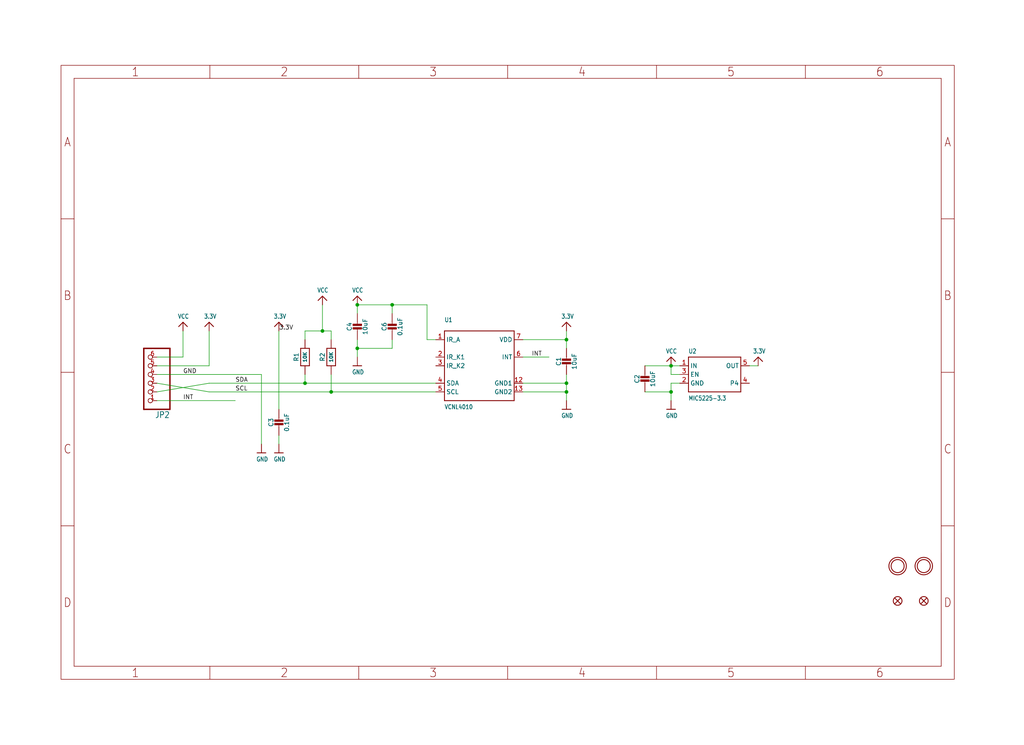
<source format=kicad_sch>
(kicad_sch (version 20230121) (generator eeschema)
  (paper "User" 298.45 217.322)
  (lib_symbols
    (symbol "working-eagle-import:3.3V" (power)
      (property "Value" "3.3V" (at -1.524 1.016 0))
      (symbol "3.3V_1_0"
        (polyline (pts (xy -1.27 -1.27) (xy 0 0)) (stroke (width 0.254)))
        (polyline (pts (xy 0 0) (xy 1.27 -1.27)) (stroke (width 0.254)))
        (pin power_in line (at 0 -2.54 90) (length 2.54) (name "3.3V") (number "1"))
      )
    )
    (symbol "working-eagle-import:CAP_CERAMIC0805-NOOUTLINE"
      (property "Reference" "C" (at -2.29 1.25 90))
      (symbol "CAP_CERAMIC0805-NOOUTLINE_1_0"
        (rectangle (start -1.27 0.508) (end 1.27 1.016) (fill (type outline)))
        (rectangle (start -1.27 1.524) (end 1.27 2.032) (fill (type outline)))
        (polyline (pts (xy 0 0.762) (xy 0 0)) (stroke (width 0.1524)))
        (polyline (pts (xy 0 2.54) (xy 0 1.778)) (stroke (width 0.1524)))
        (pin passive line (at 0 5.08 270) (length 2.54) (name "1") (number "1"))
        (pin passive line (at 0 -2.54 90) (length 2.54) (name "2") (number "2"))
      )
    )
    (symbol "working-eagle-import:FIDUCIAL{dblquote}{dblquote}"
      (symbol "FIDUCIAL{dblquote}{dblquote}_1_0"
        (polyline (pts (xy -0.762 0.762) (xy 0.762 -0.762)) (stroke (width 0.254)))
        (polyline (pts (xy 0.762 0.762) (xy -0.762 -0.762)) (stroke (width 0.254)))
        (circle (center 0 0) (radius 1.27) (stroke (width 0.254)))
      )
    )
    (symbol "working-eagle-import:FRAME_A4"
      (symbol "FRAME_A4_1_0"
        (polyline (pts (xy 0 44.7675) (xy 3.81 44.7675)))
        (polyline (pts (xy 0 89.535) (xy 3.81 89.535)))
        (polyline (pts (xy 0 134.3025) (xy 3.81 134.3025)))
        (polyline (pts (xy 3.81 3.81) (xy 3.81 175.26)))
        (polyline (pts (xy 43.3917 0) (xy 43.3917 3.81)))
        (polyline (pts (xy 43.3917 175.26) (xy 43.3917 179.07)))
        (polyline (pts (xy 86.7833 0) (xy 86.7833 3.81)))
        (polyline (pts (xy 86.7833 175.26) (xy 86.7833 179.07)))
        (polyline (pts (xy 130.175 0) (xy 130.175 3.81)))
        (polyline (pts (xy 130.175 175.26) (xy 130.175 179.07)))
        (polyline (pts (xy 173.5667 0) (xy 173.5667 3.81)))
        (polyline (pts (xy 173.5667 175.26) (xy 173.5667 179.07)))
        (polyline (pts (xy 216.9583 0) (xy 216.9583 3.81)))
        (polyline (pts (xy 216.9583 175.26) (xy 216.9583 179.07)))
        (polyline (pts (xy 256.54 3.81) (xy 3.81 3.81)))
        (polyline (pts (xy 256.54 3.81) (xy 256.54 8.89)) (stroke (width 0.1016)))
        (polyline (pts (xy 256.54 3.81) (xy 256.54 175.26)))
        (polyline (pts (xy 256.54 8.89) (xy 256.54 13.97)) (stroke (width 0.1016)))
        (polyline (pts (xy 256.54 13.97) (xy 256.54 19.05)) (stroke (width 0.1016)))
        (polyline (pts (xy 256.54 19.05) (xy 256.54 36.83)) (stroke (width 0.1016)))
        (polyline (pts (xy 256.54 44.7675) (xy 260.35 44.7675)))
        (polyline (pts (xy 256.54 89.535) (xy 260.35 89.535)))
        (polyline (pts (xy 256.54 134.3025) (xy 260.35 134.3025)))
        (polyline (pts (xy 256.54 175.26) (xy 3.81 175.26)))
        (polyline (pts (xy 0 0) (xy 260.35 0) (xy 260.35 179.07) (xy 0 179.07) (xy 0 0)))
        (text "1" (at 21.6958 1.905 0) (effects (font (size 2.54 2.286))))
        (text "1" (at 21.6958 177.165 0) (effects (font (size 2.54 2.286))))
        (text "2" (at 65.0875 1.905 0) (effects (font (size 2.54 2.286))))
        (text "2" (at 65.0875 177.165 0) (effects (font (size 2.54 2.286))))
        (text "3" (at 108.4792 1.905 0) (effects (font (size 2.54 2.286))))
        (text "3" (at 108.4792 177.165 0) (effects (font (size 2.54 2.286))))
        (text "4" (at 151.8708 1.905 0) (effects (font (size 2.54 2.286))))
        (text "4" (at 151.8708 177.165 0) (effects (font (size 2.54 2.286))))
        (text "5" (at 195.2625 1.905 0) (effects (font (size 2.54 2.286))))
        (text "5" (at 195.2625 177.165 0) (effects (font (size 2.54 2.286))))
        (text "6" (at 238.6542 1.905 0) (effects (font (size 2.54 2.286))))
        (text "6" (at 238.6542 177.165 0) (effects (font (size 2.54 2.286))))
        (text "A" (at 1.905 156.6863 0) (effects (font (size 2.54 2.286))))
        (text "A" (at 258.445 156.6863 0) (effects (font (size 2.54 2.286))))
        (text "B" (at 1.905 111.9188 0) (effects (font (size 2.54 2.286))))
        (text "B" (at 258.445 111.9188 0) (effects (font (size 2.54 2.286))))
        (text "C" (at 1.905 67.1513 0) (effects (font (size 2.54 2.286))))
        (text "C" (at 258.445 67.1513 0) (effects (font (size 2.54 2.286))))
        (text "D" (at 1.905 22.3838 0) (effects (font (size 2.54 2.286))))
        (text "D" (at 258.445 22.3838 0) (effects (font (size 2.54 2.286))))
      )
      (symbol "FRAME_A4_2_0"
        (polyline (pts (xy -0.3048 1.5748) (xy 20.0152 1.5748)) (stroke (width 0.6096)))
        (polyline (pts (xy -0.3048 10.4648) (xy -0.3048 1.5748)) (stroke (width 0.6096)))
        (polyline (pts (xy -0.3048 10.4648) (xy 20.0152 10.4648)) (stroke (width 0.3048)))
        (polyline (pts (xy -0.3048 19.3548) (xy -0.3048 10.4648)) (stroke (width 0.6096)))
        (polyline (pts (xy -0.3048 19.3548) (xy 20.0152 19.3548)) (stroke (width 0.3048)))
        (polyline (pts (xy -0.3048 28.2448) (xy -0.3048 19.3548)) (stroke (width 0.6096)))
        (polyline (pts (xy -0.3048 28.2448) (xy 20.0152 28.2448)) (stroke (width 0.3048)))
        (polyline (pts (xy -0.3048 34.5948) (xy -0.3048 28.2448)) (stroke (width 0.6096)))
        (polyline (pts (xy 20.0152 1.5748) (xy 20.0152 6.6548)) (stroke (width 0.3048)))
        (polyline (pts (xy 20.0152 1.5748) (xy 95.5802 1.5748)) (stroke (width 0.6096)))
        (polyline (pts (xy 20.0152 6.6548) (xy 20.0152 10.4648)) (stroke (width 0.3048)))
        (polyline (pts (xy 20.0152 6.6548) (xy 88.5952 6.6548)) (stroke (width 0.3048)))
        (polyline (pts (xy 20.0152 10.4648) (xy 20.0152 16.8148)) (stroke (width 0.3048)))
        (polyline (pts (xy 20.0152 16.8148) (xy 20.0152 19.3548)) (stroke (width 0.3048)))
        (polyline (pts (xy 20.0152 19.3548) (xy 20.0152 28.2448)) (stroke (width 0.3048)))
        (polyline (pts (xy 20.0152 28.2448) (xy 20.0152 34.5948)) (stroke (width 0.3048)))
        (polyline (pts (xy 20.0152 28.2448) (xy 105.7402 28.2448)) (stroke (width 0.3048)))
        (polyline (pts (xy 20.0152 34.5948) (xy -0.3048 34.5948)) (stroke (width 0.6096)))
        (polyline (pts (xy 88.5952 6.6548) (xy 95.5802 6.6548)) (stroke (width 0.3048)))
        (polyline (pts (xy 88.5952 16.8148) (xy 20.0152 16.8148)) (stroke (width 0.3048)))
        (polyline (pts (xy 88.5952 16.8148) (xy 88.5952 6.6548)) (stroke (width 0.3048)))
        (polyline (pts (xy 95.5802 1.5748) (xy 121.6152 1.5748)) (stroke (width 0.6096)))
        (polyline (pts (xy 95.5802 6.6548) (xy 95.5802 1.5748)) (stroke (width 0.3048)))
        (polyline (pts (xy 95.5802 6.6548) (xy 121.6152 6.6548)) (stroke (width 0.3048)))
        (polyline (pts (xy 101.2952 13.3223) (xy 102.2477 13.3223)) (stroke (width 0.254)))
        (polyline (pts (xy 105.7402 28.2448) (xy 105.7402 34.5948)) (stroke (width 0.3048)))
        (polyline (pts (xy 105.7402 28.2448) (xy 110.1852 28.2448)) (stroke (width 0.3048)))
        (polyline (pts (xy 105.7402 34.5948) (xy 20.0152 34.5948)) (stroke (width 0.6096)))
        (polyline (pts (xy 110.1852 16.8148) (xy 88.5952 16.8148)) (stroke (width 0.3048)))
        (polyline (pts (xy 110.1852 28.2448) (xy 110.1852 16.8148)) (stroke (width 0.3048)))
        (polyline (pts (xy 110.1852 28.2448) (xy 121.6152 28.2448)) (stroke (width 0.3048)))
        (polyline (pts (xy 121.6152 6.6548) (xy 121.6152 1.5748)) (stroke (width 0.6096)))
        (polyline (pts (xy 121.6152 16.8148) (xy 110.1852 16.8148)) (stroke (width 0.3048)))
        (polyline (pts (xy 121.6152 16.8148) (xy 121.6152 6.6548)) (stroke (width 0.6096)))
        (polyline (pts (xy 121.6152 28.2448) (xy 121.6152 16.8148)) (stroke (width 0.6096)))
        (polyline (pts (xy 121.6152 34.5948) (xy 105.7402 34.5948)) (stroke (width 0.6096)))
        (polyline (pts (xy 121.6152 34.5948) (xy 121.6152 28.2448)) (stroke (width 0.6096)))
        (circle (center 109.2327 31.4198) (radius 1.4199) (stroke (width 0.254)))
        (text "${#}/${##}" (at 108.9152 2.8448 0) (effects (font (size 2.54 2.54)) (justify left bottom)))
        (text "${CHECKED}" (at 2.2352 11.7348 0) (effects (font (size 1.778 1.5113)) (justify left bottom)))
        (text "${COMPANY}" (at 23.349 29.6735 0) (effects (font (size 3.175 2.6987) (thickness 0.5397) bold) (justify left bottom)))
        (text "${CURRENT_DATE}" (at 32.7152 9.1948 0) (effects (font (size 2.54 2.159)) (justify left bottom)))
        (text "${DATE}" (at 2.2352 2.8448 0) (effects (font (size 1.778 1.5113)) (justify left bottom)))
        (text "${DRAWN}" (at 2.2352 20.6248 0) (effects (font (size 1.778 1.5113)) (justify left bottom)))
        (text "${DRGNO}" (at 91.1352 9.1948 0) (effects (font (size 2.1844 1.8567)) (justify left bottom)))
        (text "${PROJECTNAME}" (at 33.0327 2.8448 0) (effects (font (size 2.54 2.159)) (justify left bottom)))
        (text "${REV}" (at 113.9952 18.7198 0) (effects (font (size 3.81 3.2385)) (justify left bottom)))
        (text "2015" (at 112.4077 30.4673 0) (effects (font (size 1.778 1.5113)) (justify left bottom)))
        (text "C" (at 108.7564 30.7848 0) (effects (font (size 1.27 1.0795)) (justify left bottom)))
        (text "CHECKED" (at 0.9652 16.1798 0) (effects (font (size 1.778 1.5113)) (justify left bottom)))
        (text "DATE" (at 0.9652 7.2898 0) (effects (font (size 1.778 1.5113)) (justify left bottom)))
        (text "DATE" (at 21.2852 13.0048 0) (effects (font (size 2.54 2.54)) (justify left bottom)))
        (text "DRAWN" (at 0.9652 25.0698 0) (effects (font (size 1.778 1.5113)) (justify left bottom)))
        (text "DRG" (at 89.8652 13.0048 0) (effects (font (size 2.54 2.54)) (justify left bottom)))
        (text "FILE:" (at 21.2852 2.8448 0) (effects (font (size 2.54 2.54)) (justify left bottom)))
        (text "ISSUE" (at 5.0927 30.4673 0) (effects (font (size 1.9304 1.6408)) (justify left bottom)))
        (text "N" (at 98.4377 13.0048 0) (effects (font (size 2.54 2.54)) (justify left bottom)))
        (text "o" (at 100.9777 13.9573 0) (effects (font (size 2.1844 1.8567)) (justify left bottom)))
        (text "PAGE:" (at 96.8502 2.8448 0) (effects (font (size 2.54 2.54)) (justify left bottom)))
        (text "REV" (at 112.4077 24.4348 0) (effects (font (size 2.54 2.54)) (justify left bottom)))
        (text "TITLE" (at 21.2852 24.4348 0) (effects (font (size 2.54 2.54)) (justify left bottom)))
      )
    )
    (symbol "working-eagle-import:GND" (power)
      (property "Value" "GND" (at -1.524 -2.54 0))
      (symbol "GND_1_0"
        (polyline (pts (xy -1.27 0) (xy 1.27 0)) (stroke (width 0.254)))
        (pin power_in line (at 0 2.54 270) (length 2.54) (name "GND") (number "1"))
      )
    )
    (symbol "working-eagle-import:HEADER-1X676MIL"
      (property "Reference" "JP" (at -6.35 10.795 0))
      (symbol "HEADER-1X676MIL_1_0"
        (polyline (pts (xy -6.35 -7.62) (xy 1.27 -7.62)) (stroke (width 0.4064)))
        (polyline (pts (xy -6.35 10.16) (xy -6.35 -7.62)) (stroke (width 0.4064)))
        (polyline (pts (xy 1.27 -7.62) (xy 1.27 10.16)) (stroke (width 0.4064)))
        (polyline (pts (xy 1.27 10.16) (xy -6.35 10.16)) (stroke (width 0.4064)))
        (pin passive inverted (at -2.54 7.62 0) (length 2.54) (name "1") (number "1"))
        (pin passive inverted (at -2.54 5.08 0) (length 2.54) (name "2") (number "2"))
        (pin passive inverted (at -2.54 2.54 0) (length 2.54) (name "3") (number "3"))
        (pin passive inverted (at -2.54 0 0) (length 2.54) (name "4") (number "4"))
        (pin passive inverted (at -2.54 -2.54 0) (length 2.54) (name "5") (number "5"))
        (pin passive inverted (at -2.54 -5.08 0) (length 2.54) (name "6") (number "6"))
      )
    )
    (symbol "working-eagle-import:MOUNTINGHOLE2.5"
      (symbol "MOUNTINGHOLE2.5_1_0"
        (circle (center 0 0) (radius 1.905) (stroke (width 0.254)))
        (circle (center 0 0) (radius 2.54) (stroke (width 0.254)))
      )
    )
    (symbol "working-eagle-import:RESISTOR0805_NOOUTLINE"
      (property "Reference" "R" (at 0 2.54 0))
      (symbol "RESISTOR0805_NOOUTLINE_1_0"
        (polyline (pts (xy -2.54 -1.27) (xy -2.54 1.27)) (stroke (width 0.254)))
        (polyline (pts (xy -2.54 1.27) (xy 2.54 1.27)) (stroke (width 0.254)))
        (polyline (pts (xy 2.54 -1.27) (xy -2.54 -1.27)) (stroke (width 0.254)))
        (polyline (pts (xy 2.54 1.27) (xy 2.54 -1.27)) (stroke (width 0.254)))
        (pin passive line (at -5.08 0 0) (length 2.54) (name "1") (number "1"))
        (pin passive line (at 5.08 0 180) (length 2.54) (name "2") (number "2"))
      )
    )
    (symbol "working-eagle-import:VCC" (power)
      (property "Value" "VCC" (at -1.524 1.016 0))
      (symbol "VCC_1_0"
        (polyline (pts (xy -1.27 -1.27) (xy 0 0)) (stroke (width 0.254)))
        (polyline (pts (xy 0 0) (xy 1.27 -1.27)) (stroke (width 0.254)))
        (pin power_in line (at 0 -2.54 90) (length 2.54) (name "VCC") (number "1"))
      )
    )
    (symbol "working-eagle-import:VCNL4010"
      (property "Reference" "U" (at -10.16 12.7 0))
      (symbol "VCNL4010_1_0"
        (polyline (pts (xy -10.16 -10.16) (xy -10.16 10.16)) (stroke (width 0.254)))
        (polyline (pts (xy -10.16 10.16) (xy 10.16 10.16)) (stroke (width 0.254)))
        (polyline (pts (xy 10.16 -10.16) (xy -10.16 -10.16)) (stroke (width 0.254)))
        (polyline (pts (xy 10.16 10.16) (xy 10.16 -10.16)) (stroke (width 0.254)))
        (pin bidirectional line (at -12.7 7.62 0) (length 2.54) (name "IR_A") (number "1"))
        (pin power_in line (at 12.7 -5.08 180) (length 2.54) (name "GND1") (number "12"))
        (pin power_in line (at 12.7 -7.62 180) (length 2.54) (name "GND2") (number "13"))
        (pin bidirectional line (at -12.7 2.54 0) (length 2.54) (name "IR_K1") (number "2"))
        (pin bidirectional line (at -12.7 0 0) (length 2.54) (name "IR_K2") (number "3"))
        (pin open_collector line (at -12.7 -5.08 0) (length 2.54) (name "SDA") (number "4"))
        (pin open_collector line (at -12.7 -7.62 0) (length 2.54) (name "SCL") (number "5"))
        (pin output line (at 12.7 2.54 180) (length 2.54) (name "INT") (number "6"))
        (pin power_in line (at 12.7 7.62 180) (length 2.54) (name "VDD") (number "7"))
      )
    )
    (symbol "working-eagle-import:VREG_SOT23-5"
      (property "Reference" "U" (at -7.62 6.096 0))
      (symbol "VREG_SOT23-5_1_0"
        (polyline (pts (xy -7.62 -5.08) (xy -7.62 5.08)) (stroke (width 0.254)))
        (polyline (pts (xy -7.62 5.08) (xy 7.62 5.08)) (stroke (width 0.254)))
        (polyline (pts (xy 7.62 -5.08) (xy -7.62 -5.08)) (stroke (width 0.254)))
        (polyline (pts (xy 7.62 5.08) (xy 7.62 -5.08)) (stroke (width 0.254)))
        (pin power_in line (at -10.16 2.54 0) (length 2.54) (name "IN") (number "1"))
        (pin power_in line (at -10.16 -2.54 0) (length 2.54) (name "GND") (number "2"))
        (pin input line (at -10.16 0 0) (length 2.54) (name "EN") (number "3"))
        (pin bidirectional line (at 10.16 -2.54 180) (length 2.54) (name "P4") (number "4"))
        (pin power_in line (at 10.16 2.54 180) (length 2.54) (name "OUT") (number "5"))
      )
    )
  )
  (junction (at 93.98 96.52))
  (junction (at 165.1 99.06))
  (junction (at 96.52 114.3))
  (junction (at 165.1 114.3))
  (junction (at 195.58 114.3))
  (junction (at 114.3 88.9))
  (junction (at 104.14 101.6))
  (junction (at 165.1 111.76))
  (junction (at 104.14 88.9))
  (junction (at 195.58 106.68))
  (junction (at 88.9 111.76))
  (wire (pts (xy 81.28 96.52) (xy 81.28 119.38)) (stroke (width 0.1524)))
  (wire (pts (xy 88.9 111.76) (xy 60.96 111.76)) (stroke (width 0.1524)))
  (wire (pts (xy 45.72 114.3) (xy 60.96 111.76)) (stroke (width 0.1524)))
  (wire (pts (xy 76.2 109.22) (xy 76.2 129.54)) (stroke (width 0.1524)))
  (wire (pts (xy 45.72 111.76) (xy 60.96 114.3)) (stroke (width 0.1524)))
  (wire (pts (xy 45.72 104.14) (xy 53.34 104.14)) (stroke (width 0.1524)))
  (wire (pts (xy 104.14 99.06) (xy 104.14 101.6)) (stroke (width 0.1524)))
  (wire (pts (xy 96.52 96.52) (xy 96.52 99.06)) (stroke (width 0.1524)))
  (wire (pts (xy 218.44 106.68) (xy 220.98 106.68)) (stroke (width 0.1524)))
  (wire (pts (xy 127 111.76) (xy 88.9 111.76)) (stroke (width 0.1524)))
  (wire (pts (xy 104.14 88.9) (xy 114.3 88.9)) (stroke (width 0.1524)))
  (wire (pts (xy 124.46 88.9) (xy 124.46 99.06)) (stroke (width 0.1524)))
  (wire (pts (xy 127 114.3) (xy 96.52 114.3)) (stroke (width 0.1524)))
  (wire (pts (xy 93.98 96.52) (xy 96.52 96.52)) (stroke (width 0.1524)))
  (wire (pts (xy 81.28 127) (xy 81.28 129.54)) (stroke (width 0.1524)))
  (wire (pts (xy 114.3 88.9) (xy 124.46 88.9)) (stroke (width 0.1524)))
  (wire (pts (xy 198.12 111.76) (xy 195.58 111.76)) (stroke (width 0.1524)))
  (wire (pts (xy 165.1 99.06) (xy 165.1 101.6)) (stroke (width 0.1524)))
  (wire (pts (xy 114.3 88.9) (xy 114.3 91.44)) (stroke (width 0.1524)))
  (wire (pts (xy 45.72 109.22) (xy 76.2 109.22)) (stroke (width 0.1524)))
  (wire (pts (xy 53.34 104.14) (xy 53.34 96.52)) (stroke (width 0.1524)))
  (wire (pts (xy 195.58 111.76) (xy 195.58 114.3)) (stroke (width 0.1524)))
  (wire (pts (xy 93.98 88.9) (xy 93.98 96.52)) (stroke (width 0.1524)))
  (wire (pts (xy 195.58 109.22) (xy 195.58 106.68)) (stroke (width 0.1524)))
  (wire (pts (xy 165.1 99.06) (xy 165.1 96.52)) (stroke (width 0.1524)))
  (wire (pts (xy 45.72 116.84) (xy 68.58 116.84)) (stroke (width 0.1524)))
  (wire (pts (xy 152.4 114.3) (xy 165.1 114.3)) (stroke (width 0.1524)))
  (wire (pts (xy 165.1 111.76) (xy 165.1 114.3)) (stroke (width 0.1524)))
  (wire (pts (xy 60.96 106.68) (xy 60.96 96.52)) (stroke (width 0.1524)))
  (wire (pts (xy 165.1 109.22) (xy 165.1 111.76)) (stroke (width 0.1524)))
  (wire (pts (xy 198.12 106.68) (xy 195.58 106.68)) (stroke (width 0.1524)))
  (wire (pts (xy 104.14 88.9) (xy 104.14 91.44)) (stroke (width 0.1524)))
  (wire (pts (xy 114.3 101.6) (xy 114.3 99.06)) (stroke (width 0.1524)))
  (wire (pts (xy 45.72 106.68) (xy 60.96 106.68)) (stroke (width 0.1524)))
  (wire (pts (xy 152.4 104.14) (xy 160.02 104.14)) (stroke (width 0.1524)))
  (wire (pts (xy 165.1 114.3) (xy 165.1 116.84)) (stroke (width 0.1524)))
  (wire (pts (xy 198.12 109.22) (xy 195.58 109.22)) (stroke (width 0.1524)))
  (wire (pts (xy 104.14 101.6) (xy 114.3 101.6)) (stroke (width 0.1524)))
  (wire (pts (xy 187.96 114.3) (xy 195.58 114.3)) (stroke (width 0.1524)))
  (wire (pts (xy 104.14 101.6) (xy 104.14 104.14)) (stroke (width 0.1524)))
  (wire (pts (xy 195.58 114.3) (xy 195.58 116.84)) (stroke (width 0.1524)))
  (wire (pts (xy 88.9 96.52) (xy 93.98 96.52)) (stroke (width 0.1524)))
  (wire (pts (xy 124.46 99.06) (xy 127 99.06)) (stroke (width 0.1524)))
  (wire (pts (xy 152.4 99.06) (xy 165.1 99.06)) (stroke (width 0.1524)))
  (wire (pts (xy 96.52 109.22) (xy 96.52 114.3)) (stroke (width 0.1524)))
  (wire (pts (xy 187.96 106.68) (xy 195.58 106.68)) (stroke (width 0.1524)))
  (wire (pts (xy 152.4 111.76) (xy 165.1 111.76)) (stroke (width 0.1524)))
  (wire (pts (xy 88.9 96.52) (xy 88.9 99.06)) (stroke (width 0.1524)))
  (wire (pts (xy 96.52 114.3) (xy 60.96 114.3)) (stroke (width 0.1524)))
  (wire (pts (xy 88.9 109.22) (xy 88.9 111.76)) (stroke (width 0.1524)))
  (label "SDA" (at 68.58 111.76 0) (effects (font (size 1.2446 1.2446))))
  (label "3.3V" (at 81.28 96.52 0) (effects (font (size 1.2446 1.2446))))
  (label "GND" (at 53.34 109.22 0) (effects (font (size 1.2446 1.2446))))
  (label "INT" (at 53.34 116.84 0) (effects (font (size 1.2446 1.2446))))
  (label "SCL" (at 68.58 114.3 0) (effects (font (size 1.2446 1.2446))))
  (label "INT" (at 154.94 104.14 0) (effects (font (size 1.2446 1.2446))))
  (symbol (lib_id "working-eagle-import:3.3V") (at 165.1 93.98 0) (unit 1)
    (property "Reference" "#U$3" (effects hide))
    (property "Value" "3.3V" (at 163.576 92.964 0) (effects (font (size 1.27 1.0795)) (justify left bottom)))
  )
  (symbol (lib_id "working-eagle-import:FIDUCIAL{dblquote}{dblquote}") (at 261.62 175.26 0) (unit 1)
    (property "Reference" "U$8" (effects hide))
    (property "Value" "FIDUCIAL{dblquote}{dblquote}" (effects hide))
    (property "Footprint" "working:FIDUCIAL_1MM" (effects hide))
  )
  (symbol (lib_id "working-eagle-import:CAP_CERAMIC0805-NOOUTLINE") (at 104.14 96.52 0) (unit 1)
    (property "Reference" "C4" (at 101.85 95.27 90))
    (property "Value" "10uF" (at 106.44 95.27 90))
    (property "Footprint" "working:0805-NO" (effects hide))
  )
  (symbol (lib_id "working-eagle-import:RESISTOR0805_NOOUTLINE") (at 88.9 104.14 90) (unit 1)
    (property "Reference" "R1" (at 86.36 104.14 0))
    (property "Value" "10K" (at 88.9 104.14 0) (effects (font (size 1.016 1.016) bold)))
    (property "Footprint" "working:0805-NO" (effects hide))
  )
  (symbol (lib_id "working-eagle-import:HEADER-1X676MIL") (at 43.18 109.22 180) (unit 1)
    (property "Reference" "JP2" (at 49.53 120.015 0) (effects (font (size 1.778 1.5113)) (justify left bottom)))
    (property "Value" "HEADER-1X676MIL" (effects hide))
    (property "Footprint" "working:1X06_ROUND_76" (effects hide))
  )
  (symbol (lib_id "working-eagle-import:3.3V") (at 81.28 93.98 0) (unit 1)
    (property "Reference" "#U$2" (effects hide))
    (property "Value" "3.3V" (at 79.756 92.964 0) (effects (font (size 1.27 1.0795)) (justify left bottom)))
  )
  (symbol (lib_id "working-eagle-import:3.3V") (at 220.98 104.14 0) (unit 1)
    (property "Reference" "#U$10" (effects hide))
    (property "Value" "3.3V" (at 219.456 103.124 0) (effects (font (size 1.27 1.0795)) (justify left bottom)))
  )
  (symbol (lib_id "working-eagle-import:CAP_CERAMIC0805-NOOUTLINE") (at 81.28 124.46 0) (unit 1)
    (property "Reference" "C3" (at 78.99 123.21 90))
    (property "Value" "0.1uF" (at 83.58 123.21 90))
    (property "Footprint" "working:0805-NO" (effects hide))
  )
  (symbol (lib_id "working-eagle-import:RESISTOR0805_NOOUTLINE") (at 96.52 104.14 90) (unit 1)
    (property "Reference" "R2" (at 93.98 104.14 0))
    (property "Value" "10K" (at 96.52 104.14 0) (effects (font (size 1.016 1.016) bold)))
    (property "Footprint" "working:0805-NO" (effects hide))
  )
  (symbol (lib_id "working-eagle-import:VCNL4010") (at 139.7 106.68 0) (unit 1)
    (property "Reference" "U1" (at 129.54 93.98 0) (effects (font (size 1.27 1.0795)) (justify left bottom)))
    (property "Value" "VCNL4010" (at 129.54 119.38 0) (effects (font (size 1.27 1.0795)) (justify left bottom)))
    (property "Footprint" "working:VCNL4010" (effects hide))
  )
  (symbol (lib_id "working-eagle-import:VCC") (at 195.58 104.14 0) (unit 1)
    (property "Reference" "#P+1" (effects hide))
    (property "Value" "VCC" (at 194.056 103.124 0) (effects (font (size 1.27 1.0795)) (justify left bottom)))
  )
  (symbol (lib_id "working-eagle-import:GND") (at 81.28 132.08 0) (unit 1)
    (property "Reference" "#U$4" (effects hide))
    (property "Value" "GND" (at 79.756 134.62 0) (effects (font (size 1.27 1.0795)) (justify left bottom)))
  )
  (symbol (lib_id "working-eagle-import:GND") (at 104.14 106.68 0) (unit 1)
    (property "Reference" "#U$11" (effects hide))
    (property "Value" "GND" (at 102.616 109.22 0) (effects (font (size 1.27 1.0795)) (justify left bottom)))
  )
  (symbol (lib_id "working-eagle-import:GND") (at 195.58 119.38 0) (unit 1)
    (property "Reference" "#U$9" (effects hide))
    (property "Value" "GND" (at 194.056 121.92 0) (effects (font (size 1.27 1.0795)) (justify left bottom)))
  )
  (symbol (lib_id "working-eagle-import:FIDUCIAL{dblquote}{dblquote}") (at 269.24 175.26 0) (unit 1)
    (property "Reference" "U$7" (effects hide))
    (property "Value" "FIDUCIAL{dblquote}{dblquote}" (effects hide))
    (property "Footprint" "working:FIDUCIAL_1MM" (effects hide))
  )
  (symbol (lib_id "working-eagle-import:VCC") (at 104.14 86.36 0) (unit 1)
    (property "Reference" "#P+3" (effects hide))
    (property "Value" "VCC" (at 102.616 85.344 0) (effects (font (size 1.27 1.0795)) (justify left bottom)))
  )
  (symbol (lib_id "working-eagle-import:VCC") (at 53.34 93.98 0) (unit 1)
    (property "Reference" "#P+2" (effects hide))
    (property "Value" "VCC" (at 51.816 92.964 0) (effects (font (size 1.27 1.0795)) (justify left bottom)))
  )
  (symbol (lib_id "working-eagle-import:VREG_SOT23-5") (at 208.28 109.22 0) (unit 1)
    (property "Reference" "U2" (at 200.66 103.124 0) (effects (font (size 1.27 1.0795)) (justify left bottom)))
    (property "Value" "MIC5225-3.3" (at 200.66 116.84 0) (effects (font (size 1.27 1.0795)) (justify left bottom)))
    (property "Footprint" "working:SOT23-5" (effects hide))
  )
  (symbol (lib_id "working-eagle-import:GND") (at 165.1 119.38 0) (unit 1)
    (property "Reference" "#U$1" (effects hide))
    (property "Value" "GND" (at 163.576 121.92 0) (effects (font (size 1.27 1.0795)) (justify left bottom)))
  )
  (symbol (lib_id "working-eagle-import:3.3V") (at 60.96 93.98 0) (unit 1)
    (property "Reference" "#U$15" (effects hide))
    (property "Value" "3.3V" (at 59.436 92.964 0) (effects (font (size 1.27 1.0795)) (justify left bottom)))
  )
  (symbol (lib_id "working-eagle-import:VCC") (at 93.98 86.36 0) (unit 1)
    (property "Reference" "#P+4" (effects hide))
    (property "Value" "VCC" (at 92.456 85.344 0) (effects (font (size 1.27 1.0795)) (justify left bottom)))
  )
  (symbol (lib_id "working-eagle-import:FRAME_A4") (at 17.78 198.12 0) (unit 1)
    (property "Reference" "#FRAME1" (effects hide))
    (property "Value" "FRAME_A4" (effects hide))
  )
  (symbol (lib_id "working-eagle-import:MOUNTINGHOLE2.5") (at 269.24 165.1 0) (unit 1)
    (property "Reference" "U$5" (effects hide))
    (property "Value" "MOUNTINGHOLE2.5" (effects hide))
    (property "Footprint" "working:MOUNTINGHOLE_2.5_PLATED" (effects hide))
  )
  (symbol (lib_id "working-eagle-import:MOUNTINGHOLE2.5") (at 261.62 165.1 0) (unit 1)
    (property "Reference" "U$6" (effects hide))
    (property "Value" "MOUNTINGHOLE2.5" (effects hide))
    (property "Footprint" "working:MOUNTINGHOLE_2.5_PLATED" (effects hide))
  )
  (symbol (lib_id "working-eagle-import:CAP_CERAMIC0805-NOOUTLINE") (at 165.1 106.68 0) (unit 1)
    (property "Reference" "C1" (at 162.81 105.43 90))
    (property "Value" "10uF" (at 167.4 105.43 90))
    (property "Footprint" "working:0805-NO" (effects hide))
  )
  (symbol (lib_id "working-eagle-import:GND") (at 76.2 132.08 0) (unit 1)
    (property "Reference" "#U$12" (effects hide))
    (property "Value" "GND" (at 74.676 134.62 0) (effects (font (size 1.27 1.0795)) (justify left bottom)))
  )
  (symbol (lib_id "working-eagle-import:CAP_CERAMIC0805-NOOUTLINE") (at 114.3 96.52 0) (unit 1)
    (property "Reference" "C6" (at 112.01 95.27 90))
    (property "Value" "0.1uF" (at 116.6 95.27 90))
    (property "Footprint" "working:0805-NO" (effects hide))
  )
  (symbol (lib_id "working-eagle-import:CAP_CERAMIC0805-NOOUTLINE") (at 187.96 111.76 0) (unit 1)
    (property "Reference" "C2" (at 185.67 110.51 90))
    (property "Value" "10uF" (at 190.26 110.51 90))
    (property "Footprint" "working:0805-NO" (effects hide))
  )
)
</source>
